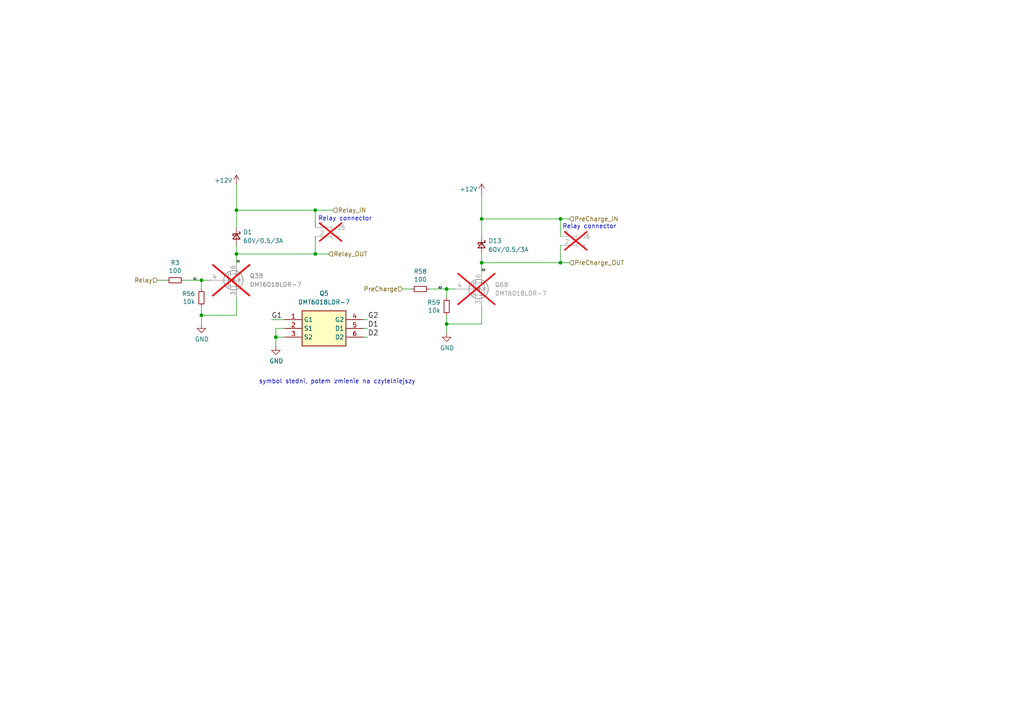
<source format=kicad_sch>
(kicad_sch (version 20231120) (generator "eeschema") (generator_version "8.0")
  (paper "A4")
  (lib_symbols
    (symbol "Connector:Conn_01x02_Socket" (pin_names (offset 1.016) hide)
      (property "Reference" "J" (at 0 2.54 0))
      (property "Value" "Conn_01x02_Socket" (at 0 -5.08 0))
      (symbol "Conn_01x02_Socket_1_1"
        (arc (start 0 -2.032) (mid -0.5058 -2.54) (end 0 -3.048) (stroke (width 0.1524)))
        (polyline (pts (xy -1.27 -2.54) (xy -0.508 -2.54)) (stroke (width 0.1524)))
        (polyline (pts (xy -1.27 0) (xy -0.508 0)) (stroke (width 0.1524)))
        (arc (start 0 0.508) (mid -0.5058 0) (end 0 -0.508) (stroke (width 0.1524)))
        (pin passive line (at -5.08 0 0) (length 3.81) (name "Pin_1") (number "1"))
        (pin passive line (at -5.08 -2.54 0) (length 3.81) (name "Pin_2") (number "2"))
      )
    )
    (symbol "DMT6018LDR-7:DMT6018LDR-7"
      (property "Reference" "Q" (at 19.05 7.62 0))
      (property "Value" "DMT6018LDR-7" (at 19.05 5.08 0))
      (symbol "DMT6018LDR-7_1_1"
        (rectangle (start 5.08 2.54) (end 17.78 -7.62) (stroke (width 0.254)) (fill (type background)))
        (pin passive line (at 0 0 0) (length 5.08) (name "G1") (number "1"))
        (pin passive line (at 0 -2.54 0) (length 5.08) (name "S1") (number "2"))
        (pin passive line (at 0 -5.08 0) (length 5.08) (name "S2") (number "3"))
        (pin passive line (at 22.86 0 180) (length 5.08) (name "G2") (number "4"))
        (pin passive line (at 22.86 -2.54 180) (length 5.08) (name "D1") (number "5"))
        (pin passive line (at 22.86 -5.08 180) (length 5.08) (name "D2") (number "6"))
      )
    )
    (symbol "Device:D_Schottky_Small" (pin_numbers hide) (pin_names (offset 0.254) hide)
      (property "Reference" "D" (at -1.27 2.032 0))
      (property "Value" "D_Schottky_Small" (at -7.112 -2.032 0))
      (symbol "D_Schottky_Small_0_1"
        (polyline (pts (xy -0.762 0) (xy 0.762 0)))
        (polyline (pts (xy 0.762 -1.016) (xy -0.762 0) (xy 0.762 1.016) (xy 0.762 -1.016)) (stroke (width 0.254)))
        (polyline (pts (xy -1.27 0.762) (xy -1.27 1.016) (xy -0.762 1.016) (xy -0.762 -1.016) (xy -0.254 -1.016) (xy -0.254 -0.762)) (stroke (width 0.254)))
      )
      (symbol "D_Schottky_Small_1_1"
        (pin passive line (at -2.54 0 0) (length 1.778) (name "K") (number "1"))
        (pin passive line (at 2.54 0 180) (length 1.778) (name "A") (number "2"))
      )
    )
    (symbol "Device:R_Small" (pin_numbers hide) (pin_names (offset 0.254) hide)
      (property "Reference" "R" (at 0.762 0.508 0))
      (property "Value" "R_Small" (at 0.762 -1.016 0))
      (symbol "R_Small_0_1"
        (rectangle (start -0.762 1.778) (end 0.762 -1.778) (stroke (width 0.2032)))
      )
      (symbol "R_Small_1_1"
        (pin passive line (at 0 2.54 270) (length 0.762) (name "~") (number "1"))
        (pin passive line (at 0 -2.54 90) (length 0.762) (name "~") (number "2"))
      )
    )
    (symbol "GND_2" (power) (pin_names (offset 0))
      (property "Value" "GND" (at 0 -3.81 0))
      (symbol "GND_2_0_1"
        (polyline (pts (xy 0 0) (xy 0 -1.27) (xy 1.27 -1.27) (xy 0 -2.54) (xy -1.27 -1.27) (xy 0 -1.27)))
      )
      (symbol "GND_2_1_1"
        (pin power_in line (at 0 0 270) (length 0) hide (name "GND") (number "1"))
      )
    )
    (symbol "Samacsys_kicad_sym:DMT6018LDR-7" (pin_names hide)
      (property "Reference" "Q" (at 2.54 2.54 0))
      (property "Value" "DMT6018LDR-7" (at 2.54 0 0))
      (symbol "DMT6018LDR-7_0_1"
        (circle (center -0.889 0) (radius 2.794) (stroke (width 0.254)))
        (circle (center 0 -1.778) (radius 0.254) (fill (type outline)))
        (polyline (pts (xy -2.286 0) (xy -5.08 0)))
        (polyline (pts (xy -2.286 1.905) (xy -2.286 -1.905)) (stroke (width 0.254)))
        (polyline (pts (xy -1.778 -1.27) (xy -1.778 -2.286)) (stroke (width 0.254)))
        (polyline (pts (xy -1.778 0.508) (xy -1.778 -0.508)) (stroke (width 0.254)))
        (polyline (pts (xy -1.778 2.286) (xy -1.778 1.27)) (stroke (width 0.254)))
        (polyline (pts (xy 0 2.54) (xy 0 1.778)))
        (polyline (pts (xy 0 -2.54) (xy 0 0) (xy -1.778 0)))
        (polyline (pts (xy -1.778 -1.778) (xy 0.762 -1.778) (xy 0.762 1.778) (xy -1.778 1.778)))
        (polyline (pts (xy -1.524 0) (xy -0.508 0.381) (xy -0.508 -0.381) (xy -1.524 0)) (fill (type outline)))
        (polyline (pts (xy 0.254 0.508) (xy 0.381 0.381) (xy 1.143 0.381) (xy 1.27 0.254)))
        (polyline (pts (xy 0.762 0.381) (xy 0.381 -0.254) (xy 1.143 -0.254) (xy 0.762 0.381)))
        (circle (center 0 1.778) (radius 0.254) (fill (type outline)))
      )
      (symbol "DMT6018LDR-7_1_1"
        (pin passive line (at -7.62 0 0) (length 2.54) (name "G1") (number "1"))
        (pin passive line (at 0 -5.08 90) (length 2.54) (name "S1") (number "2"))
        (pin passive line (at 0 5.08 270) (length 2.54) (name "D1") (number "5"))
      )
      (symbol "DMT6018LDR-7_2_1"
        (pin passive line (at 0 -5.08 90) (length 2.54) (name "S2") (number "3"))
        (pin passive line (at -7.62 0 0) (length 2.54) (name "G2") (number "4"))
        (pin passive line (at 0 5.08 270) (length 2.54) (name "D2") (number "6"))
      )
    )
    (symbol "power:+12V" (power) (pin_numbers hide) (pin_names (offset 0) hide)
      (property "Value" "+12V" (at 0 3.556 0))
      (symbol "+12V_0_1"
        (polyline (pts (xy -0.762 1.27) (xy 0 2.54)))
        (polyline (pts (xy 0 0) (xy 0 2.54)))
        (polyline (pts (xy 0 2.54) (xy 0.762 1.27)))
      )
      (symbol "+12V_1_1"
        (pin power_in line (at 0 0 90) (length 0) (name "~") (number "1"))
      )
    )
  )
  (junction (at 91.44 60.96))
  (junction (at 68.58 73.66))
  (junction (at 139.7 63.5))
  (junction (at 129.54 83.82))
  (junction (at 162.56 63.5))
  (junction (at 58.42 91.44))
  (junction (at 91.44 73.66))
  (junction (at 68.58 60.96))
  (junction (at 58.42 81.28))
  (junction (at 129.54 93.98))
  (junction (at 162.56 76.2))
  (junction (at 139.7 76.2))
  (junction (at 80.01 97.79))
  (wire (pts (xy 68.58 60.96) (xy 91.44 60.96)))
  (wire (pts (xy 78.74 92.71) (xy 82.55 92.71)))
  (wire (pts (xy 139.7 76.2) (xy 162.56 76.2)))
  (wire (pts (xy 45.72 81.28) (xy 48.26 81.28)))
  (wire (pts (xy 105.41 95.25) (xy 106.68 95.25)))
  (wire (pts (xy 68.58 53.34) (xy 68.58 60.96)))
  (wire (pts (xy 91.44 66.04) (xy 91.44 60.96)))
  (wire (pts (xy 139.7 76.2) (xy 139.7 78.74)))
  (wire (pts (xy 95.25 73.66) (xy 91.44 73.66)))
  (wire (pts (xy 68.58 60.96) (xy 68.58 66.04)))
  (wire (pts (xy 129.54 93.98) (xy 129.54 96.52)))
  (wire (pts (xy 58.42 91.44) (xy 58.42 93.98)))
  (wire (pts (xy 80.01 95.25) (xy 82.55 95.25)))
  (wire (pts (xy 165.1 63.5) (xy 162.56 63.5)))
  (wire (pts (xy 105.41 92.71) (xy 106.68 92.71)))
  (wire (pts (xy 129.54 83.82) (xy 132.08 83.82)))
  (wire (pts (xy 105.41 97.79) (xy 106.68 97.79)))
  (wire (pts (xy 58.42 88.9) (xy 58.42 91.44)))
  (wire (pts (xy 129.54 93.98) (xy 139.7 93.98)))
  (wire (pts (xy 82.55 97.79) (xy 80.01 97.79)))
  (wire (pts (xy 116.84 83.82) (xy 119.38 83.82)))
  (wire (pts (xy 162.56 68.58) (xy 162.56 63.5)))
  (wire (pts (xy 129.54 83.82) (xy 129.54 86.36)))
  (wire (pts (xy 58.42 91.44) (xy 68.58 91.44)))
  (wire (pts (xy 68.58 73.66) (xy 91.44 73.66)))
  (wire (pts (xy 162.56 71.12) (xy 162.56 76.2)))
  (wire (pts (xy 68.58 86.36) (xy 68.58 91.44)))
  (wire (pts (xy 58.42 81.28) (xy 60.96 81.28)))
  (wire (pts (xy 68.58 71.12) (xy 68.58 73.66)))
  (wire (pts (xy 91.44 68.58) (xy 91.44 73.66)))
  (wire (pts (xy 124.46 83.82) (xy 129.54 83.82)))
  (wire (pts (xy 165.1 76.2) (xy 162.56 76.2)))
  (wire (pts (xy 139.7 73.66) (xy 139.7 76.2)))
  (wire (pts (xy 53.34 81.28) (xy 58.42 81.28)))
  (wire (pts (xy 96.52 60.96) (xy 91.44 60.96)))
  (wire (pts (xy 80.01 97.79) (xy 80.01 95.25)))
  (wire (pts (xy 129.54 91.44) (xy 129.54 93.98)))
  (wire (pts (xy 68.58 73.66) (xy 68.58 76.2)))
  (wire (pts (xy 58.42 81.28) (xy 58.42 83.82)))
  (wire (pts (xy 139.7 63.5) (xy 162.56 63.5)))
  (wire (pts (xy 139.7 88.9) (xy 139.7 93.98)))
  (wire (pts (xy 139.7 63.5) (xy 139.7 68.58)))
  (wire (pts (xy 80.01 100.33) (xy 80.01 97.79)))
  (wire (pts (xy 139.7 55.88) (xy 139.7 63.5)))
  (text "symbol stedni, potem zmienie na czytelniejszy\n" (at 97.79 110.744 0) (effects (font (size 1.27 1.27))))
  (text "Relay connector\n\n" (at 170.942 66.802 0) (effects (font (size 1.27 1.27))))
  (text "Relay connector\n\n" (at 100.076 64.516 0) (effects (font (size 1.27 1.27))))
  (label "D1" (at 68.58 76.2 0) (effects (font (size 0.5 0.5))))
  (label "D2" (at 106.68 97.79 0) (effects (font (size 1.5 1.5))))
  (label "G1" (at 57.15 81.28 180) (effects (font (size 0.508 0.508))))
  (label "G2" (at 106.68 92.71 0) (effects (font (size 1.5 1.5))))
  (label "D1" (at 106.68 95.25 0) (effects (font (size 1.5 1.5))))
  (label "G2" (at 128.27 83.82 180) (effects (font (size 0.508 0.508))))
  (label "G1" (at 78.74 92.71 0) (effects (font (size 1.5 1.5))))
  (label "D2" (at 139.7 78.74 0) (effects (font (size 0.5 0.5))))
  (hierarchical_label "PreCharge" (shape input) (at 116.84 83.82 180))
  (hierarchical_label "Relay_IN" (shape input) (at 96.52 60.96 0))
  (hierarchical_label "PreCharge_OUT" (shape input) (at 165.1 76.2 0))
  (hierarchical_label "PreCharge_IN" (shape input) (at 165.1 63.5 0))
  (hierarchical_label "Relay" (shape input) (at 45.72 81.28 180))
  (hierarchical_label "Relay_OUT" (shape input) (at 95.25 73.66 0))
  (symbol (lib_name "GND_2") (lib_id "power:GND") (at 80.01 100.33 0) (unit 1)
    (property "Reference" "#PWR031" (effects (hide yes)))
    (property "Value" "GND" (at 80.137 104.7242 0))
  )
  (symbol (lib_id "Samacsys_kicad_sym:DMT6018LDR-7") (at 139.7 83.82 0) (unit 2) (exclude_from_sim yes) (in_bom no) (on_board no) (dnp yes)
    (property "Reference" "Q6" (at 143.51 82.5499 0) (effects (justify left)))
    (property "Value" "DMT6018LDR-7" (at 143.51 85.0899 0) (effects (justify left)))
    (property "Footprint" "Samacsys:DMT6018LDR7" (effects (hide yes)))
    (property "Datasheet" "https://www.diodes.com/assets/Datasheets/DMT6018LDR.pdf" (effects (hide yes)))
    (property "Description" "DIODES INC. - DMT6018LDR-7 - Dual MOSFET, N Channel, 60 V, 60 V, 8.8 A, 8.8 A, 0.013 ohm" (effects (hide yes)))
    (property "Height" "0.85" (effects (hide yes)))
    (property "Mouser Part Number" "621-DMT6018LDR-7" (effects (hide yes)))
    (property "Mouser Price/Stock" "https://www.mouser.co.uk/ProductDetail/Diodes-Incorporated/DMT6018LDR-7?qs=4EhzHfbM1GhfDx1FS0oSLQ%3D%3D" (effects (hide yes)))
    (property "Manufacturer_Name" "Diodes Incorporated" (effects (hide yes)))
    (property "Manufacturer_Part_Number" "DMT6018LDR-7" (effects (hide yes)))
  )
  (symbol (lib_id "Device:D_Schottky_Small") (at 68.58 68.58 270) (unit 1)
    (property "Reference" "D1" (at 70.485 67.3099 90) (effects (justify left)))
    (property "Value" "60V/0.5/3A" (at 70.485 69.8499 90) (effects (justify left)))
    (property "Footprint" "Diode_SMD:D_SOD-123" (effects (hide yes)))
    (property "Mouser Part Number" "637-SKL36" (effects (hide yes)))
  )
  (symbol (lib_id "Device:R_Small") (at 58.42 86.36 0) (mirror x) (unit 1)
    (property "Reference" "R56" (at 56.642 85.1916 0) (effects (justify right)))
    (property "Value" "10k" (at 56.642 87.503 0) (effects (justify right)))
    (property "Footprint" "Resistor_SMD:R_0603_1608Metric" (effects (hide yes)))
    (property "Manufacturer_Name" "--" (effects (hide yes)))
    (property "Manufacturer_Part_Number" "--" (effects (hide yes)))
    (property "Mouser Part Number" "--" (effects (hide yes)))
  )
  (symbol (lib_name "GND_2") (lib_id "power:GND") (at 129.54 96.52 0) (unit 1)
    (property "Reference" "#PWR0153" (effects (hide yes)))
    (property "Value" "GND" (at 129.667 100.9142 0))
  )
  (symbol (lib_id "Samacsys_kicad_sym:DMT6018LDR-7") (at 68.58 81.28 0) (unit 2) (exclude_from_sim yes) (in_bom no) (on_board no) (dnp yes)
    (property "Reference" "Q3" (at 72.39 80.0099 0) (effects (justify left)))
    (property "Value" "DMT6018LDR-7" (at 72.39 82.5499 0) (effects (justify left)))
    (property "Footprint" "Samacsys:DMT6018LDR7" (effects (hide yes)))
    (property "Datasheet" "https://www.diodes.com/assets/Datasheets/DMT6018LDR.pdf" (effects (hide yes)))
    (property "Description" "DIODES INC. - DMT6018LDR-7 - Dual MOSFET, N Channel, 60 V, 60 V, 8.8 A, 8.8 A, 0.013 ohm" (effects (hide yes)))
    (property "Height" "0.85" (effects (hide yes)))
    (property "Mouser Part Number" "621-DMT6018LDR-7" (effects (hide yes)))
    (property "Mouser Price/Stock" "https://www.mouser.co.uk/ProductDetail/Diodes-Incorporated/DMT6018LDR-7?qs=4EhzHfbM1GhfDx1FS0oSLQ%3D%3D" (effects (hide yes)))
    (property "Manufacturer_Name" "Diodes Incorporated" (effects (hide yes)))
    (property "Manufacturer_Part_Number" "DMT6018LDR-7" (effects (hide yes)))
  )
  (symbol (lib_id "Device:R_Small") (at 129.54 88.9 0) (mirror x) (unit 1)
    (property "Reference" "R59" (at 127.762 87.7316 0) (effects (justify right)))
    (property "Value" "10k" (at 127.762 90.043 0) (effects (justify right)))
    (property "Footprint" "Resistor_SMD:R_0603_1608Metric" (effects (hide yes)))
    (property "Manufacturer_Name" "--" (effects (hide yes)))
    (property "Manufacturer_Part_Number" "--" (effects (hide yes)))
    (property "Mouser Part Number" "--" (effects (hide yes)))
  )
  (symbol (lib_id "power:+12V") (at 68.58 53.34 0) (unit 1)
    (property "Reference" "#PWR099" (effects (hide yes)))
    (property "Value" "+12V" (at 64.77 52.324 0))
    (property "Description" "Power symbol creates a global label with name \"+12V\"" (effects (hide yes)))
  )
  (symbol (lib_id "Connector:Conn_01x02_Socket") (at 167.64 68.58 0) (unit 1) (exclude_from_sim yes) (in_bom no) (on_board no) (dnp yes)
    (property "Reference" "J6" (at 168.91 68.5799 0) (effects (justify left)))
    (property "Value" "~" (at 168.91 71.1199 0) (effects (justify left)))
    (property "Footprint" "footrpint:HARWIN_M80-5000000M1-02-PM1-00-000" (effects (hide yes)))
    (property "Datasheet" "https://www.harwin.com/products/M80-5000000M1-02-PM1-00-000" (effects (hide yes)))
    (property "Description" "Generic connector, single row, 01x02, script generated" (effects (hide yes)))
  )
  (symbol (lib_id "DMT6018LDR-7:DMT6018LDR-7") (at 82.55 92.71 0) (unit 1)
    (property "Reference" "Q5" (at 93.98 85.09 0))
    (property "Value" "DMT6018LDR-7" (at 93.98 87.63 0))
    (property "Footprint" "DMT6018LDR7" (effects (hide yes)))
    (property "Datasheet" "https://www.diodes.com/assets/Datasheets/DMT6018LDR.pdf" (effects (hide yes)))
    (property "Description" "DIODES INC. - DMT6018LDR-7 - Dual MOSFET, N Channel, 60 V, 60 V, 8.8 A, 8.8 A, 0.013 ohm" (effects (hide yes)))
    (property "Height" "0.85" (effects (hide yes)))
    (property "Mouser Part Number" "621-DMT6018LDR-7" (effects (hide yes)))
    (property "Mouser Price/Stock" "https://www.mouser.co.uk/ProductDetail/Diodes-Incorporated/DMT6018LDR-7?qs=4EhzHfbM1GhfDx1FS0oSLQ%3D%3D" (effects (hide yes)))
    (property "Manufacturer_Name" "Diodes Incorporated" (effects (hide yes)))
    (property "Manufacturer_Part_Number" "DMT6018LDR-7" (effects (hide yes)))
  )
  (symbol (lib_id "Device:D_Schottky_Small") (at 139.7 71.12 270) (unit 1)
    (property "Reference" "D13" (at 141.605 69.8499 90) (effects (justify left)))
    (property "Value" "60V/0.5/3A" (at 141.605 72.3899 90) (effects (justify left)))
    (property "Footprint" "Diode_SMD:D_SOD-123" (effects (hide yes)))
    (property "Mouser Part Number" "637-SKL36" (effects (hide yes)))
  )
  (symbol (lib_id "power:+12V") (at 139.7 55.88 0) (unit 1)
    (property "Reference" "#PWR0154" (effects (hide yes)))
    (property "Value" "+12V" (at 135.89 54.864 0))
    (property "Description" "Power symbol creates a global label with name \"+12V\"" (effects (hide yes)))
  )
  (symbol (lib_id "Device:R_Small") (at 50.8 81.28 90) (mirror x) (unit 1)
    (property "Reference" "R3" (at 50.8 76.2 90))
    (property "Value" "100" (at 50.8 78.5114 90))
    (property "Footprint" "Resistor_SMD:R_0603_1608Metric" (effects (hide yes)))
    (property "Manufacturer_Name" "--" (effects (hide yes)))
    (property "Manufacturer_Part_Number" "--" (effects (hide yes)))
    (property "Mouser Part Number" "--" (effects (hide yes)))
  )
  (symbol (lib_id "Connector:Conn_01x02_Socket") (at 96.52 66.04 0) (unit 1) (exclude_from_sim yes) (in_bom no) (on_board no) (dnp yes)
    (property "Reference" "J5" (at 97.79 66.0399 0) (effects (justify left)))
    (property "Value" "~" (at 97.79 68.5799 0) (effects (justify left)))
    (property "Footprint" "footrpint:HARWIN_M80-5000000M1-02-PM1-00-000" (effects (hide yes)))
    (property "Datasheet" "https://www.harwin.com/products/M80-5000000M1-02-PM1-00-000" (effects (hide yes)))
    (property "Description" "Generic connector, single row, 01x02, script generated" (effects (hide yes)))
  )
  (symbol (lib_id "Device:R_Small") (at 121.92 83.82 90) (mirror x) (unit 1)
    (property "Reference" "R58" (at 121.92 78.74 90))
    (property "Value" "100" (at 121.92 81.0514 90))
    (property "Footprint" "Resistor_SMD:R_0603_1608Metric" (effects (hide yes)))
    (property "Manufacturer_Name" "--" (effects (hide yes)))
    (property "Manufacturer_Part_Number" "--" (effects (hide yes)))
    (property "Mouser Part Number" "--" (effects (hide yes)))
  )
  (symbol (lib_name "GND_2") (lib_id "power:GND") (at 58.42 93.98 0) (unit 1)
    (property "Reference" "#PWR096" (effects (hide yes)))
    (property "Value" "GND" (at 58.547 98.3742 0))
  )
)
</source>
